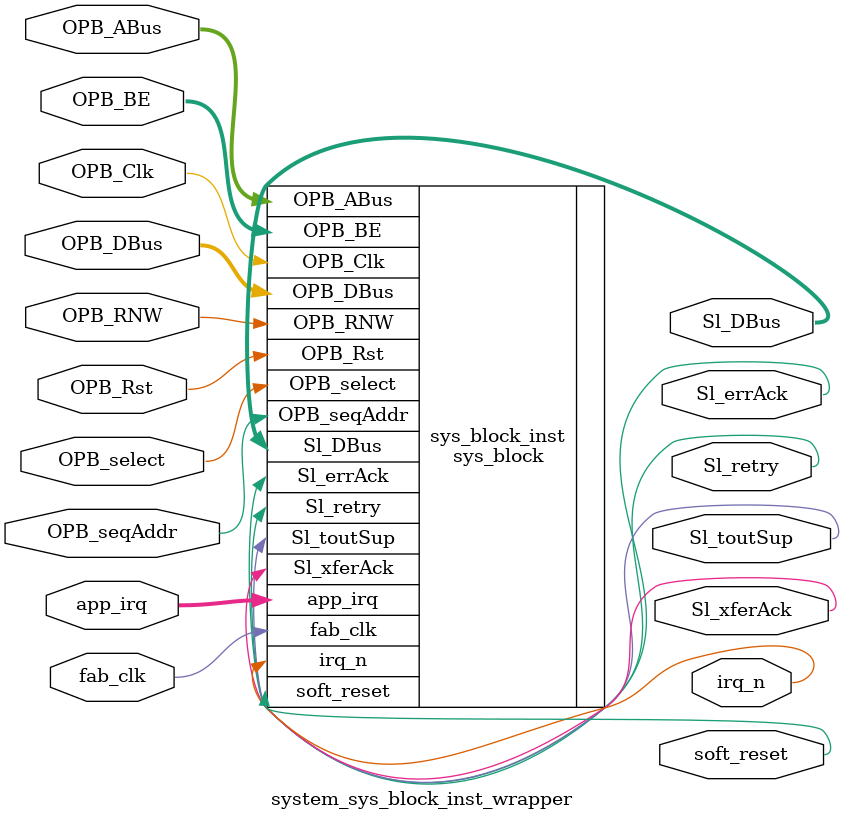
<source format=v>

module system_sys_block_inst_wrapper
  (
    OPB_Clk,
    OPB_Rst,
    Sl_DBus,
    Sl_errAck,
    Sl_retry,
    Sl_toutSup,
    Sl_xferAck,
    OPB_ABus,
    OPB_BE,
    OPB_DBus,
    OPB_RNW,
    OPB_select,
    OPB_seqAddr,
    soft_reset,
    irq_n,
    app_irq,
    fab_clk
  );
  input OPB_Clk;
  input OPB_Rst;
  output [0:31] Sl_DBus;
  output Sl_errAck;
  output Sl_retry;
  output Sl_toutSup;
  output Sl_xferAck;
  input [0:31] OPB_ABus;
  input [0:3] OPB_BE;
  input [0:31] OPB_DBus;
  input OPB_RNW;
  input OPB_select;
  input OPB_seqAddr;
  output soft_reset;
  output irq_n;
  input [15:0] app_irq;
  input fab_clk;

  sys_block
    #(
      .C_BASEADDR ( 32'h00000000 ),
      .C_HIGHADDR ( 32'h0000FFFF ),
      .C_OPB_AWIDTH ( 32 ),
      .C_OPB_DWIDTH ( 32 ),
      .BOARD_ID ( 'hB00B ),
      .REV_MAJOR ( 'h1 ),
      .REV_MINOR ( 'h0 ),
      .REV_RCS ( 'h0 ),
      .RCS_UPTODATE ( 'h0 )
    )
    sys_block_inst (
      .OPB_Clk ( OPB_Clk ),
      .OPB_Rst ( OPB_Rst ),
      .Sl_DBus ( Sl_DBus ),
      .Sl_errAck ( Sl_errAck ),
      .Sl_retry ( Sl_retry ),
      .Sl_toutSup ( Sl_toutSup ),
      .Sl_xferAck ( Sl_xferAck ),
      .OPB_ABus ( OPB_ABus ),
      .OPB_BE ( OPB_BE ),
      .OPB_DBus ( OPB_DBus ),
      .OPB_RNW ( OPB_RNW ),
      .OPB_select ( OPB_select ),
      .OPB_seqAddr ( OPB_seqAddr ),
      .soft_reset ( soft_reset ),
      .irq_n ( irq_n ),
      .app_irq ( app_irq ),
      .fab_clk ( fab_clk )
    );

endmodule


</source>
